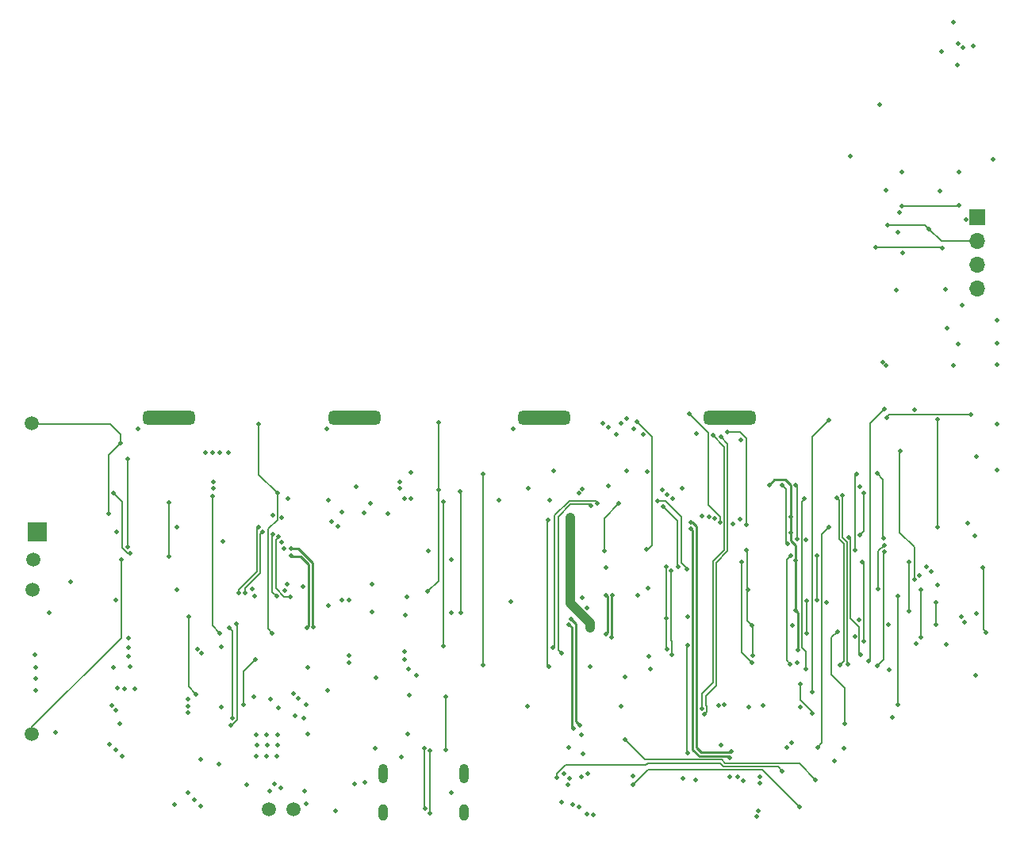
<source format=gbr>
%TF.GenerationSoftware,KiCad,Pcbnew,(6.0.1-0)*%
%TF.CreationDate,2022-04-09T17:35:34-06:00*%
%TF.ProjectId,HAT_CM4_183,4841545f-434d-4345-9f31-38332e6b6963,1.8.3*%
%TF.SameCoordinates,Original*%
%TF.FileFunction,Copper,L4,Inr*%
%TF.FilePolarity,Positive*%
%FSLAX46Y46*%
G04 Gerber Fmt 4.6, Leading zero omitted, Abs format (unit mm)*
G04 Created by KiCad (PCBNEW (6.0.1-0)) date 2022-04-09 17:35:34*
%MOMM*%
%LPD*%
G01*
G04 APERTURE LIST*
G04 Aperture macros list*
%AMRoundRect*
0 Rectangle with rounded corners*
0 $1 Rounding radius*
0 $2 $3 $4 $5 $6 $7 $8 $9 X,Y pos of 4 corners*
0 Add a 4 corners polygon primitive as box body*
4,1,4,$2,$3,$4,$5,$6,$7,$8,$9,$2,$3,0*
0 Add four circle primitives for the rounded corners*
1,1,$1+$1,$2,$3*
1,1,$1+$1,$4,$5*
1,1,$1+$1,$6,$7*
1,1,$1+$1,$8,$9*
0 Add four rect primitives between the rounded corners*
20,1,$1+$1,$2,$3,$4,$5,0*
20,1,$1+$1,$4,$5,$6,$7,0*
20,1,$1+$1,$6,$7,$8,$9,0*
20,1,$1+$1,$8,$9,$2,$3,0*%
G04 Aperture macros list end*
%TA.AperFunction,ComponentPad*%
%ADD10C,1.500000*%
%TD*%
%TA.AperFunction,ComponentPad*%
%ADD11RoundRect,0.500000X-2.300000X-0.250000X2.300000X-0.250000X2.300000X0.250000X-2.300000X0.250000X0*%
%TD*%
%TA.AperFunction,ComponentPad*%
%ADD12R,2.000000X2.000000*%
%TD*%
%TA.AperFunction,ComponentPad*%
%ADD13C,0.508000*%
%TD*%
%TA.AperFunction,ComponentPad*%
%ADD14R,1.700000X1.700000*%
%TD*%
%TA.AperFunction,ComponentPad*%
%ADD15O,1.700000X1.700000*%
%TD*%
%TA.AperFunction,ComponentPad*%
%ADD16O,1.000000X1.800000*%
%TD*%
%TA.AperFunction,ComponentPad*%
%ADD17O,1.000000X2.100000*%
%TD*%
%TA.AperFunction,ViaPad*%
%ADD18C,0.500000*%
%TD*%
%TA.AperFunction,Conductor*%
%ADD19C,0.241300*%
%TD*%
%TA.AperFunction,Conductor*%
%ADD20C,0.177800*%
%TD*%
%TA.AperFunction,Conductor*%
%ADD21C,0.254000*%
%TD*%
%TA.AperFunction,Conductor*%
%ADD22C,1.016000*%
%TD*%
%TA.AperFunction,Conductor*%
%ADD23C,0.195580*%
%TD*%
G04 APERTURE END LIST*
D10*
%TO.N,+5V*%
%TO.C,TP6*%
X101570000Y-172020000D03*
%TD*%
D11*
%TO.N,/Batteries/BT4-*%
%TO.C,BTM4*%
X175960000Y-156810000D03*
%TD*%
%TO.N,/Batteries/BT1-*%
%TO.C,BTM1*%
X116020000Y-156810000D03*
%TD*%
%TO.N,/Batteries/BT2-*%
%TO.C,BTM2*%
X135890000Y-156810000D03*
%TD*%
D10*
%TO.N,/Power/IPS_SW*%
%TO.C,TP5*%
X101380000Y-190590000D03*
%TD*%
%TO.N,PWR_GND*%
%TO.C,TP2*%
X101540000Y-175190000D03*
%TD*%
%TO.N,/Battery/BATT+*%
%TO.C,TP3*%
X101410000Y-157440000D03*
%TD*%
D12*
%TO.N,/Battery/BATT+*%
%TO.C,BTP1*%
X101980000Y-168990000D03*
%TD*%
D13*
%TO.N,PWR_GND*%
%TO.C,U3*%
X125385000Y-192945000D03*
X126535000Y-191820000D03*
X127610000Y-192945000D03*
X125410000Y-190720000D03*
X125435000Y-191820000D03*
X127635000Y-190720000D03*
X127685000Y-191820000D03*
X126510000Y-190720000D03*
X126510000Y-192970000D03*
%TD*%
D11*
%TO.N,/Batteries/BT3-*%
%TO.C,BTM3*%
X156100000Y-156810000D03*
%TD*%
D10*
%TO.N,/Charger/IPS_OUT*%
%TO.C,TP4*%
X129340000Y-198630000D03*
%TD*%
D14*
%TO.N,GND*%
%TO.C,P1*%
X202320000Y-135380000D03*
D15*
%TO.N,+3.3v*%
X202320000Y-137920000D03*
%TO.N,/Battery/I2C_SCL*%
X202320000Y-140460000D03*
%TO.N,/Battery/I2C_SDA*%
X202320000Y-143000000D03*
%TD*%
D10*
%TO.N,/AC_IN*%
%TO.C,TP1*%
X126760000Y-198620000D03*
%TD*%
D16*
%TO.N,GND*%
%TO.C,J5*%
X138925098Y-198997500D03*
D17*
X147565098Y-194817500D03*
X138925098Y-194817500D03*
D16*
X147565098Y-198997500D03*
%TD*%
D18*
%TO.N,/USB Hub/HD2_N*%
X131485753Y-179184940D03*
%TO.N,/Battery/BATT+*%
X143770000Y-171036960D03*
X109650000Y-167040000D03*
X190251600Y-164890000D03*
X130900000Y-183520000D03*
X178280000Y-178990000D03*
X177890000Y-175220000D03*
X162560000Y-171031600D03*
X129850000Y-186780000D03*
X112430000Y-185740000D03*
X129390000Y-186298400D03*
X164099363Y-166009980D03*
X184086811Y-169850000D03*
X141900000Y-165470000D03*
X110440000Y-168990000D03*
X110905000Y-159545000D03*
X189830000Y-169330000D03*
X111350000Y-185740000D03*
X177680000Y-170970000D03*
X178380000Y-182190000D03*
X110590000Y-185690000D03*
%TO.N,/Batteries/BT1-*%
X178320000Y-182980000D03*
X177190000Y-172249850D03*
X116050000Y-171668490D03*
X116050000Y-165870000D03*
%TO.N,/Batteries/BT2-*%
X140710000Y-164340000D03*
X140730000Y-163700000D03*
%TO.N,/Batteries/BT3-*%
X160160000Y-164410000D03*
X157121753Y-162503989D03*
X159870000Y-164830000D03*
%TO.N,PWR_GND*%
X119990494Y-160570494D03*
X111055000Y-193005000D03*
X101856500Y-183480000D03*
X135300000Y-182190000D03*
X101856500Y-184720000D03*
X119520000Y-181980000D03*
X183173189Y-181630000D03*
X116870000Y-168490000D03*
X109740000Y-191690000D03*
X195830000Y-180990000D03*
X182980000Y-177440000D03*
X111760000Y-182320000D03*
X156490000Y-167789850D03*
X111890000Y-183400000D03*
X180130000Y-163980000D03*
X111740000Y-181420000D03*
X195668920Y-155940000D03*
X111740000Y-180350000D03*
X101856500Y-185990000D03*
X122379506Y-160570494D03*
X121430000Y-193790000D03*
X101770000Y-182140000D03*
X169250000Y-181510000D03*
X120719506Y-160570494D03*
X110780000Y-189490000D03*
X110160000Y-183470000D03*
X110375000Y-192325000D03*
X109925000Y-187535000D03*
X182448400Y-169130000D03*
X110430000Y-188040000D03*
X169143250Y-172766649D03*
X133020000Y-185910000D03*
X121519506Y-160570494D03*
X119110000Y-181550000D03*
X120820000Y-163670000D03*
X182980000Y-172090000D03*
X169160000Y-178261600D03*
X103950000Y-190460000D03*
X120820000Y-164340000D03*
X182448400Y-167430000D03*
X156650000Y-183390000D03*
X135300000Y-182970000D03*
X121650000Y-187710000D03*
%TO.N,/Charger/IPS_OUT*%
X186505500Y-157070000D03*
X127290000Y-195900000D03*
X124330000Y-196010000D03*
X119460000Y-193330000D03*
X125153500Y-186660000D03*
X118060000Y-188350000D03*
X130435417Y-188955417D03*
X118070000Y-186900000D03*
X127750078Y-187845076D03*
X184715944Y-186155944D03*
X130530000Y-196670000D03*
X118070000Y-187620000D03*
%TO.N,GND*%
X201110000Y-135700000D03*
X136065000Y-164205000D03*
X158196666Y-194871313D03*
X193690000Y-143170000D03*
X200744280Y-144780000D03*
X172970000Y-167342189D03*
X138190000Y-184558920D03*
X130370000Y-174900000D03*
X118075000Y-196905000D03*
X146162577Y-171942577D03*
X165630000Y-195060000D03*
X200380000Y-130540000D03*
X202070000Y-169410000D03*
X182510000Y-191520000D03*
X204030000Y-129230000D03*
X152550000Y-176510000D03*
X166710000Y-158630000D03*
X192590000Y-132500000D03*
X141320000Y-177910000D03*
X146230000Y-177680000D03*
X177980000Y-187750000D03*
X179470000Y-187600000D03*
X187070000Y-193450000D03*
X192240000Y-150860000D03*
X141450000Y-175980000D03*
X141230000Y-165450000D03*
X141231600Y-181790000D03*
X162996170Y-164070000D03*
X138080000Y-192150000D03*
X119460000Y-198290000D03*
X128040000Y-196390000D03*
X172300000Y-195490000D03*
X167111418Y-162598582D03*
X198940000Y-143150000D03*
X175910000Y-195150000D03*
X135840000Y-195950000D03*
X157930000Y-197900000D03*
X160230000Y-192730000D03*
X174980000Y-191760000D03*
X202170000Y-184370000D03*
X170960000Y-195350000D03*
X161020000Y-183400000D03*
X121850000Y-170040000D03*
X172350000Y-158540000D03*
X156660000Y-165620000D03*
X194070000Y-134860000D03*
X133870000Y-198810000D03*
X137739505Y-177598815D03*
X177110000Y-159167111D03*
X162710000Y-172791600D03*
X128734663Y-165490118D03*
X188090000Y-192110000D03*
X141900000Y-162660000D03*
X135320000Y-176280000D03*
X188790000Y-128850000D03*
X137730000Y-174630150D03*
X154370000Y-187680000D03*
X118800000Y-197630000D03*
X192620000Y-151240000D03*
X164340000Y-187680000D03*
X199810000Y-114570000D03*
%TO.N,Net-(C7-Pad2)*%
X126915127Y-186912584D03*
X130676566Y-187434378D03*
%TO.N,/Power/IPS_SW*%
X110950000Y-171970000D03*
X121690000Y-181330000D03*
%TO.N,+5V*%
X185310000Y-192010000D03*
X198130000Y-157018400D03*
X186540000Y-168480000D03*
X116900000Y-175180000D03*
X198390000Y-132640000D03*
X198120000Y-168478400D03*
X110400000Y-176270000D03*
X141750011Y-186500000D03*
%TO.N,+3.3v*%
X136930000Y-166980000D03*
X160993209Y-179280000D03*
X139394831Y-167054831D03*
X128118400Y-167493040D03*
X160993209Y-178580000D03*
X197198400Y-136640000D03*
X204470000Y-151120000D03*
X204470000Y-162410000D03*
X204470000Y-157500000D03*
X204470000Y-148840000D03*
X192810000Y-136250000D03*
X158870000Y-167460000D03*
X134480000Y-166940000D03*
X204470000Y-146440000D03*
%TO.N,/CM4_GPIO/GPIO_IRQ*%
X141610000Y-183660000D03*
X149570000Y-183240000D03*
X149590000Y-162870000D03*
%TO.N,/CM4_GPIO/SD_PWR*%
X200400000Y-134170000D03*
X194300000Y-134180000D03*
%TO.N,/CM4_HighSpeed/HDMI_5v*%
X183466548Y-187720000D03*
%TO.N,/USB Hub/VBUS*%
X142440000Y-184370000D03*
X199090000Y-147260000D03*
X199030000Y-181020000D03*
X164770000Y-184500000D03*
X194330000Y-130570000D03*
%TO.N,/AC_IN*%
X145590000Y-186651600D03*
X145610000Y-192260000D03*
X146235098Y-196874902D03*
X130850000Y-190630000D03*
X192420000Y-171160000D03*
X140880000Y-193090000D03*
X191630000Y-183350000D03*
%TO.N,/Battery/5V_OVR*%
X193840000Y-187440000D03*
X118160000Y-178090000D03*
X185253189Y-176304288D03*
X118970000Y-186350000D03*
X185253189Y-171570000D03*
X193840000Y-175880000D03*
%TO.N,/CM4_GPIO/GPIO_PB1*%
X160161600Y-176060000D03*
X198140000Y-174660000D03*
%TO.N,/Battery/PB_IN*%
X123980000Y-187460000D03*
X202960000Y-172820000D03*
X125319502Y-182620500D03*
X184720000Y-188400000D03*
X183440000Y-185250000D03*
X203290000Y-179740000D03*
%TO.N,/CM4_GPIO/SD_DAT1*%
X201920000Y-117150000D03*
X163806787Y-158619189D03*
%TO.N,/CM4_GPIO/SD_DAT0*%
X164300000Y-157430000D03*
X200850000Y-117290000D03*
%TO.N,/CM4_GPIO/SD_CLK*%
X165662982Y-158040000D03*
X200309793Y-116881448D03*
%TO.N,/CM4_GPIO/SD_CMD*%
X200220000Y-119141800D03*
X164951532Y-162503989D03*
%TO.N,/CM4_GPIO/SD_DAT3*%
X198510000Y-117711100D03*
X164930000Y-156936200D03*
%TO.N,/CM4_GPIO/SD_DAT2*%
X162960000Y-157830000D03*
X191950459Y-123388989D03*
%TO.N,/CM4_HighSpeed/HDMI0_HOTPLUG*%
X164780000Y-191240000D03*
X185100000Y-195480000D03*
%TO.N,/CM4_HighSpeed/HDMI0_SDA*%
X181990000Y-192070000D03*
X158725000Y-192045000D03*
X160055000Y-190715000D03*
%TO.N,/CM4_HighSpeed/HDMI0_SCL*%
X181530000Y-194570000D03*
X157470000Y-195260000D03*
%TO.N,/CM4_HighSpeed/HDMI0_CEC*%
X183370000Y-198390000D03*
X165611400Y-196010000D03*
%TO.N,/CM4_HighSpeed/HDMI0_CK_N*%
X159151700Y-198175558D03*
X179107394Y-195863161D03*
%TO.N,/CM4_HighSpeed/HDMI0_CK_P*%
X159796793Y-198410000D03*
X179160000Y-195167789D03*
%TO.N,/CM4_HighSpeed/HDMI0_D0_N*%
X178929230Y-198779125D03*
X160678013Y-199128900D03*
%TO.N,/CM4_HighSpeed/HDMI0_D0_P*%
X178780000Y-199439988D03*
X161353443Y-199201448D03*
%TO.N,/CM4_HighSpeed/HDMI0_D1_N*%
X158630000Y-195993800D03*
X177334645Y-195614877D03*
%TO.N,/CM4_HighSpeed/HDMI0_D1_P*%
X176805745Y-195172045D03*
X158810782Y-195341070D03*
%TO.N,/CM4_HighSpeed/HDMI0_D2_N*%
X160100000Y-195220000D03*
X175370000Y-187456200D03*
%TO.N,/CM4_HighSpeed/HDMI0_D2_P*%
X174698541Y-187544982D03*
X160726078Y-194865460D03*
%TO.N,/USB Hub/HD4_N*%
X159900000Y-189690000D03*
X128640000Y-174622557D03*
X158990000Y-178330000D03*
%TO.N,/USB Hub/HD4_P*%
X158719457Y-178962711D03*
X128460903Y-175319096D03*
X159282402Y-189985207D03*
%TO.N,/USB Hub/HD3_N*%
X124980000Y-175110000D03*
X196912472Y-172775352D03*
%TO.N,/USB Hub/HD3_P*%
X197440000Y-173230000D03*
X125172795Y-175917205D03*
%TO.N,/CM4_GPIO/GPIO6*%
X170830000Y-164330767D03*
X189820000Y-164220000D03*
%TO.N,/CM4_GPIO/TRD1_P*%
X177050000Y-167670000D03*
X127135090Y-169246791D03*
X127556611Y-175900000D03*
%TO.N,/CM4_GPIO/TRD1_N*%
X129043046Y-175970441D03*
X127734897Y-169561386D03*
X176291295Y-168201295D03*
%TO.N,/CM4_GPIO/TRD0_N*%
X174352644Y-167581093D03*
X124210000Y-175500000D03*
X126077389Y-169004474D03*
%TO.N,/CM4_GPIO/TRD0_P*%
X173700000Y-167400000D03*
X125655009Y-168475009D03*
X123534943Y-175555107D03*
%TO.N,/CM4_GPIO/PI_nLED_Activity*%
X175680000Y-158391500D03*
X202250000Y-160980000D03*
X177710000Y-168260000D03*
X201361820Y-168100000D03*
%TO.N,/Battery/BT1_PRES*%
X111680000Y-170620000D03*
X182330000Y-183120000D03*
X111640000Y-161220000D03*
X182420000Y-171550000D03*
X191760000Y-175130000D03*
X192410000Y-170420000D03*
%TO.N,/Battery/{slash}BT2_ENA*%
X184110000Y-179825720D03*
X184130000Y-176380000D03*
%TO.N,/Battery/BT2_PRES*%
X147180000Y-177660000D03*
X192870000Y-178898400D03*
X147120000Y-164660000D03*
X182600000Y-178990000D03*
%TO.N,/CM4_GPIO/GPIO_PB2*%
X160660000Y-177140000D03*
X202220000Y-177720000D03*
%TO.N,/CM4_GPIO/SD_PWR_ON*%
X191498900Y-138660000D03*
X162350000Y-157410000D03*
X198630000Y-138700000D03*
%TO.N,/Battery/{slash}BT3_ENA*%
X196360000Y-175170000D03*
X196360000Y-180238400D03*
%TO.N,/Battery/BT3_PRES*%
X171330000Y-173030000D03*
X168210000Y-165740000D03*
%TO.N,/USB Hub/nEXTRST*%
X137580000Y-166010000D03*
X154421589Y-164330000D03*
%TO.N,/CM4_HighSpeed/USB2_N*%
X171760000Y-168020000D03*
X133412423Y-167897577D03*
X176060000Y-192440000D03*
%TO.N,/CM4_HighSpeed/USB2_P*%
X175899341Y-193107169D03*
X134081600Y-168390000D03*
X171780000Y-168701109D03*
%TO.N,Net-(Q2-Pad3)*%
X167460000Y-183630000D03*
X120690000Y-165200000D03*
X121513771Y-179856229D03*
%TO.N,Net-(Q3-Pad3)*%
X169770000Y-182130000D03*
X110130000Y-164850000D03*
X111923376Y-171286624D03*
X169680000Y-173149850D03*
%TO.N,Net-(Q6-Pad3)*%
X127110000Y-179835720D03*
X125650000Y-157470000D03*
X167257577Y-182287577D03*
X127620000Y-164850000D03*
%TO.N,Net-(Q7-Pad3)*%
X145380000Y-181190000D03*
X171426630Y-178070000D03*
X145369989Y-165800000D03*
%TO.N,Net-(Q10-Pad3)*%
X144882684Y-164496666D03*
X167170000Y-175010000D03*
X143699056Y-175409056D03*
X144890000Y-157360000D03*
X151280000Y-165630000D03*
%TO.N,Net-(Q11-Pad3)*%
X170450000Y-172760000D03*
X168770000Y-166300000D03*
%TO.N,Net-(Q14-Pad3)*%
X181508219Y-163993447D03*
X165990000Y-157240000D03*
X167030000Y-170900000D03*
X182080000Y-170300000D03*
%TO.N,Net-(Q15-Pad3)*%
X191630000Y-162770000D03*
X183090000Y-169760000D03*
X182970000Y-163993447D03*
X192380000Y-169680000D03*
%TO.N,/Battery/{slash}BT4_ENA*%
X189930000Y-182146500D03*
X188630000Y-169584280D03*
%TO.N,/Battery/BT4_PRES*%
X195020000Y-177470000D03*
X189460000Y-162861600D03*
X189310000Y-170930000D03*
X195040000Y-172240000D03*
%TO.N,/Battery/MOSI*%
X188507577Y-183157577D03*
X168712993Y-164507007D03*
X187970000Y-165140000D03*
%TO.N,/Battery/MISO*%
X187728060Y-183234434D03*
X187350000Y-165370000D03*
X169240000Y-165005407D03*
%TO.N,/Battery/SCL*%
X169790000Y-165488400D03*
X184030000Y-183630000D03*
X183894280Y-165503807D03*
%TO.N,/Battery/I2C_SDA*%
X200320000Y-148950000D03*
X189260000Y-180235869D03*
X157940000Y-181958400D03*
X122840000Y-188930000D03*
X122470000Y-179270000D03*
X200990000Y-178710000D03*
X161070000Y-166228400D03*
%TO.N,/Battery/I2C_SCL*%
X157040000Y-181400000D03*
X161820000Y-165960000D03*
X122700498Y-189700000D03*
X199820000Y-151240000D03*
X189700000Y-178400000D03*
X200681600Y-178110000D03*
X123300000Y-178830000D03*
%TO.N,/Battery/{slash}RESET*%
X166080000Y-175768389D03*
%TO.N,/USB Hub/nOCS1*%
X193880000Y-136990000D03*
X134500000Y-176300000D03*
X196189989Y-173710000D03*
%TO.N,/USB Hub/PWR1*%
X133080000Y-176870000D03*
X194343500Y-139220000D03*
X194160000Y-160340000D03*
X195620000Y-174090000D03*
%TO.N,/USB Hub/HD2_N*%
X129099189Y-170810796D03*
X162750000Y-179900000D03*
X162750000Y-175780000D03*
%TO.N,/USB Hub/HD2_P*%
X163430000Y-175768400D03*
X129085941Y-171528847D03*
X163300000Y-180320000D03*
X130780000Y-179280000D03*
%TO.N,Net-(R1-Pad1)*%
X197920000Y-176530000D03*
X186250000Y-176530000D03*
X197940000Y-178904280D03*
%TO.N,/CM4_GPIO/ETH_LEDY*%
X143920000Y-192380000D03*
X173191050Y-188465637D03*
X174957423Y-158832577D03*
X143910000Y-199080000D03*
%TO.N,/CM4_GPIO/ETH_LEDG*%
X143290000Y-192170000D03*
X174128400Y-158708400D03*
X143421600Y-198575686D03*
X172930000Y-187860000D03*
X116620000Y-198180000D03*
%TO.N,/Battery/PWR_IRQ*%
X183130000Y-182950000D03*
X192960000Y-183750000D03*
X141200000Y-182680000D03*
%TO.N,/Battery/AXP_EXTEN*%
X190050000Y-172249850D03*
X171426630Y-181120000D03*
X171419498Y-192650000D03*
X190260000Y-180720000D03*
X126790000Y-196670000D03*
%TO.N,/Battery/HEARTBEAT*%
X188220000Y-189510000D03*
X187430000Y-179650000D03*
%TO.N,Net-(R40-Pad2)*%
X201650000Y-156520000D03*
X192651467Y-156829702D03*
%TO.N,/USB Hub/HD1_N*%
X128086932Y-170140014D03*
%TO.N,/USB Hub/HD1_P*%
X128360000Y-170780000D03*
%TO.N,Net-(LED1-Pad1)*%
X152820000Y-158050000D03*
X174870366Y-168017788D03*
X112740000Y-158050000D03*
X132930000Y-158050000D03*
X171620000Y-156420000D03*
%TO.N,Net-(LED11-Pad2)*%
X130700000Y-198068389D03*
X136970000Y-195810000D03*
%TO.N,Net-(C18-Pad1)*%
X103300000Y-177630000D03*
X105580000Y-174320000D03*
%TO.N,Net-(LED5-Pad1)*%
X192436500Y-155890000D03*
X190750000Y-182830000D03*
X129557423Y-188647423D03*
%TO.N,Net-(R54-Pad2)*%
X127121600Y-167280000D03*
X133080000Y-165640000D03*
%TO.N,Net-(R47-Pad1)*%
X141530000Y-190600000D03*
X193270000Y-188870000D03*
%TD*%
D19*
%TO.N,/USB Hub/HD2_N*%
X162750000Y-179900000D02*
X162870000Y-179780000D01*
X162870000Y-179780000D02*
X162870000Y-175900000D01*
X162870000Y-175900000D02*
X162750000Y-175780000D01*
%TO.N,/USB Hub/HD2_P*%
X163263220Y-179602586D02*
X163300000Y-179639366D01*
X163300000Y-179639366D02*
X163300000Y-180320000D01*
%TO.N,/USB Hub/HD2_N*%
X131363220Y-179062407D02*
X131485753Y-179184940D01*
X131363220Y-172327124D02*
X131363220Y-179062407D01*
%TO.N,/USB Hub/HD2_P*%
X130780000Y-179280000D02*
X130970000Y-179090000D01*
X130970000Y-179090000D02*
X130970000Y-172490001D01*
X130079999Y-171600000D02*
X129157094Y-171600000D01*
X130970000Y-172490001D02*
X130079999Y-171600000D01*
X129157094Y-171600000D02*
X129085941Y-171528847D01*
%TO.N,/CM4_HighSpeed/USB2_N*%
X172350000Y-168420000D02*
X171950000Y-168020000D01*
X171950000Y-168020000D02*
X171760000Y-168020000D01*
D20*
%TO.N,/Battery/BT3_PRES*%
X171330000Y-173030000D02*
X171330000Y-172881258D01*
X171330000Y-172881258D02*
X170740000Y-172291258D01*
X170740000Y-167400000D02*
X169080000Y-165740000D01*
X170740000Y-172291258D02*
X170740000Y-167400000D01*
X169080000Y-165740000D02*
X168210000Y-165740000D01*
%TO.N,Net-(Q11-Pad3)*%
X168770000Y-166300000D02*
X170299990Y-167829990D01*
X170299990Y-167829990D02*
X170299990Y-172609990D01*
X170299990Y-172609990D02*
X170450000Y-172760000D01*
D19*
%TO.N,/CM4_HighSpeed/USB2_N*%
X172350000Y-192040000D02*
X172870000Y-192560000D01*
X172350000Y-168420000D02*
X172350000Y-192040000D01*
X172870000Y-192560000D02*
X175940000Y-192560000D01*
X175940000Y-192560000D02*
X176060000Y-192440000D01*
D20*
%TO.N,/Battery/BATT+*%
X109631589Y-160818411D02*
X110905000Y-159545000D01*
X177809502Y-178519502D02*
X178280000Y-178990000D01*
X109631589Y-167021589D02*
X109631589Y-160818411D01*
X177809502Y-171099502D02*
X177809502Y-178519502D01*
X177680000Y-170970000D02*
X177809502Y-171099502D01*
X110905000Y-158575000D02*
X109810000Y-157480000D01*
X190251600Y-168908400D02*
X190251600Y-164890000D01*
X162560000Y-167549343D02*
X164099363Y-166009980D01*
X109810000Y-157480000D02*
X101490000Y-157480000D01*
X178380000Y-182190000D02*
X178380000Y-179090000D01*
X189830000Y-169330000D02*
X190251600Y-168908400D01*
X178380000Y-179090000D02*
X178280000Y-178990000D01*
X162560000Y-171031600D02*
X162560000Y-167549343D01*
X110905000Y-159545000D02*
X110905000Y-158575000D01*
X109650000Y-167040000D02*
X109631589Y-167021589D01*
%TO.N,/Batteries/BT1-*%
X177190000Y-172249850D02*
X177202819Y-172262669D01*
X177202819Y-181862819D02*
X178320000Y-182980000D01*
X177202819Y-172262669D02*
X177202819Y-181862819D01*
X116050000Y-171668490D02*
X116050000Y-165870000D01*
%TO.N,PWR_GND*%
X156480000Y-167799850D02*
X156490000Y-167789850D01*
D21*
X180130000Y-163980000D02*
X180690000Y-163420000D01*
X180690000Y-163420000D02*
X181850000Y-163420000D01*
X182433489Y-164215678D02*
X182471589Y-164253778D01*
D20*
X156480000Y-183220000D02*
X156480000Y-167799850D01*
X156650000Y-183390000D02*
X156480000Y-183220000D01*
D21*
X182448400Y-169130000D02*
X182448400Y-169909658D01*
X182471589Y-167406811D02*
X182448400Y-167430000D01*
X182980000Y-172090000D02*
X182980000Y-177440000D01*
X182433489Y-164003489D02*
X182433489Y-164215678D01*
D20*
X169143477Y-178103479D02*
X169143477Y-172766876D01*
X169150000Y-178271600D02*
X169150000Y-181410000D01*
D21*
X182980000Y-170441258D02*
X182980000Y-172090000D01*
D20*
X169160000Y-178261600D02*
X169150000Y-178271600D01*
D21*
X183173189Y-181630000D02*
X183173189Y-177633189D01*
X182448400Y-169909658D02*
X182980000Y-170441258D01*
X182448400Y-169130000D02*
X182448400Y-167430000D01*
D20*
X169143477Y-172766876D02*
X169143250Y-172766649D01*
D21*
X183173189Y-177633189D02*
X182980000Y-177440000D01*
X181850000Y-163420000D02*
X182433489Y-164003489D01*
X182471589Y-164253778D02*
X182471589Y-167406811D01*
D20*
X169150000Y-181410000D02*
X169250000Y-181510000D01*
%TO.N,/Charger/IPS_OUT*%
X184730000Y-158845500D02*
X184730000Y-186141888D01*
X184730000Y-186141888D02*
X184715944Y-186155944D01*
X186505500Y-157070000D02*
X184730000Y-158845500D01*
%TO.N,/Power/IPS_SW*%
X110950000Y-180340000D02*
X101350000Y-189940000D01*
X110950000Y-171970000D02*
X110950000Y-180340000D01*
%TO.N,+5V*%
X185310000Y-192010000D02*
X185770000Y-191550000D01*
X185751589Y-176736450D02*
X185751589Y-169268411D01*
X198120000Y-168478400D02*
X198120000Y-157028400D01*
X185770000Y-176754861D02*
X185751589Y-176736450D01*
X185770000Y-191550000D02*
X185770000Y-176754861D01*
X198120000Y-157028400D02*
X198130000Y-157018400D01*
X185751589Y-169268411D02*
X186540000Y-168480000D01*
%TO.N,+3.3v*%
X197198400Y-136640000D02*
X198518400Y-137960000D01*
D22*
X158870000Y-176650000D02*
X158870000Y-167460000D01*
D20*
X196788400Y-136230000D02*
X197198400Y-136640000D01*
X198518400Y-137960000D02*
X202330000Y-137960000D01*
X192830000Y-136230000D02*
X196788400Y-136230000D01*
D22*
X160993209Y-178773209D02*
X158870000Y-176650000D01*
X160993209Y-179280000D02*
X160993209Y-178773209D01*
D20*
X192810000Y-136250000D02*
X192830000Y-136230000D01*
%TO.N,/CM4_GPIO/GPIO_IRQ*%
X149590000Y-183220000D02*
X149590000Y-162870000D01*
X149570000Y-183240000D02*
X149590000Y-183220000D01*
%TO.N,/CM4_GPIO/SD_PWR*%
X194300000Y-134180000D02*
X200390000Y-134180000D01*
X200390000Y-134180000D02*
X200400000Y-134170000D01*
%TO.N,/AC_IN*%
X145640000Y-186701600D02*
X145590000Y-186651600D01*
X192360000Y-182620000D02*
X191630000Y-183350000D01*
X192360000Y-171220000D02*
X192360000Y-182620000D01*
X145610000Y-192260000D02*
X145640000Y-192230000D01*
X192420000Y-171160000D02*
X192360000Y-171220000D01*
X145640000Y-192230000D02*
X145640000Y-186701600D01*
%TO.N,/Battery/5V_OVR*%
X185253189Y-176304288D02*
X185250000Y-176301099D01*
X185250000Y-171573189D02*
X185253189Y-171570000D01*
X118160000Y-185540000D02*
X118970000Y-186350000D01*
X193840000Y-175880000D02*
X193840000Y-187440000D01*
X118160000Y-178090000D02*
X118160000Y-185540000D01*
X185250000Y-176301099D02*
X185250000Y-171573189D01*
%TO.N,/Battery/PB_IN*%
X123980000Y-183960002D02*
X123980000Y-187460000D01*
X202960000Y-172820000D02*
X202971589Y-172831589D01*
X183440000Y-186988591D02*
X184720000Y-188268591D01*
X202971589Y-172831589D02*
X202971589Y-179421589D01*
X125319502Y-182620500D02*
X123980000Y-183960002D01*
X184720000Y-188400000D02*
X184720000Y-188268591D01*
X183440000Y-186988591D02*
X183440000Y-185250000D01*
X202971589Y-179421589D02*
X203290000Y-179740000D01*
D23*
%TO.N,/CM4_HighSpeed/HDMI0_HOTPLUG*%
X175075788Y-193355788D02*
X166895788Y-193355788D01*
X185100000Y-195480000D02*
X183330000Y-193710000D01*
X166895788Y-193355788D02*
X164780000Y-191240000D01*
X175430000Y-193710000D02*
X175075788Y-193355788D01*
X183330000Y-193710000D02*
X175430000Y-193710000D01*
%TO.N,/CM4_HighSpeed/HDMI0_SCL*%
X158380000Y-193940000D02*
X157470000Y-194850000D01*
X166952640Y-193940000D02*
X158380000Y-193940000D01*
X181042900Y-194082900D02*
X175262900Y-194082900D01*
X157470000Y-194850000D02*
X157470000Y-195260000D01*
X181530000Y-194570000D02*
X181042900Y-194082900D01*
X167163952Y-193728688D02*
X166952640Y-193940000D01*
X174908688Y-193728688D02*
X167163952Y-193728688D01*
X175262900Y-194082900D02*
X174908688Y-193728688D01*
D20*
%TO.N,/CM4_HighSpeed/HDMI0_CEC*%
X183370000Y-198390000D02*
X179426910Y-194446910D01*
X167174490Y-194446910D02*
X165611400Y-196010000D01*
X179426910Y-194446910D02*
X167174490Y-194446910D01*
D19*
%TO.N,/USB Hub/HD4_N*%
X159470000Y-178810000D02*
X159470000Y-189260000D01*
X158990000Y-178330000D02*
X159470000Y-178810000D01*
X159470000Y-189260000D02*
X159900000Y-189690000D01*
%TO.N,/USB Hub/HD4_P*%
X158812711Y-178962711D02*
X158719457Y-178962711D01*
X159282402Y-189985207D02*
X159076780Y-189779585D01*
X159076780Y-179226780D02*
X158812711Y-178962711D01*
X159076780Y-189779585D02*
X159076780Y-179226780D01*
D23*
%TO.N,/CM4_GPIO/TRD1_P*%
X127089180Y-175432569D02*
X127089180Y-169292701D01*
X127089180Y-169292701D02*
X127135090Y-169246791D01*
X127556611Y-175900000D02*
X127089180Y-175432569D01*
%TO.N,/CM4_GPIO/TRD1_N*%
X127462080Y-169834203D02*
X127462080Y-175062863D01*
X127462080Y-175062863D02*
X128369658Y-175970441D01*
X127734897Y-169561386D02*
X127462080Y-169834203D01*
X128369658Y-175970441D02*
X129043046Y-175970441D01*
%TO.N,/CM4_GPIO/TRD0_N*%
X124210000Y-175017360D02*
X125802900Y-173424460D01*
X124210000Y-175500000D02*
X124210000Y-175017360D01*
X125802900Y-169278963D02*
X126077389Y-169004474D01*
X125802900Y-173424460D02*
X125802900Y-169278963D01*
%TO.N,/CM4_GPIO/TRD0_P*%
X125430000Y-173270000D02*
X125430000Y-168700018D01*
X125430000Y-168700018D02*
X125655009Y-168475009D01*
X123534943Y-175165057D02*
X125430000Y-173270000D01*
X123534943Y-175555107D02*
X123534943Y-175165057D01*
D20*
%TO.N,/CM4_GPIO/PI_nLED_Activity*%
X177039250Y-158391500D02*
X177710000Y-159062250D01*
X175680000Y-158391500D02*
X177039250Y-158391500D01*
X177710000Y-159062250D02*
X177710000Y-168260000D01*
%TO.N,/Battery/BT1_PRES*%
X181980000Y-171990000D02*
X181980000Y-182770000D01*
X191760000Y-175130000D02*
X191760000Y-171070000D01*
X182420000Y-171550000D02*
X181980000Y-171990000D01*
X181980000Y-182770000D02*
X182330000Y-183120000D01*
X111640000Y-161220000D02*
X111640000Y-170580000D01*
X191760000Y-171070000D02*
X192410000Y-170420000D01*
X111640000Y-170580000D02*
X111680000Y-170620000D01*
%TO.N,/Battery/{slash}BT2_ENA*%
X184110000Y-179825720D02*
X184130000Y-179805720D01*
X184130000Y-179805720D02*
X184130000Y-176380000D01*
%TO.N,/Battery/BT2_PRES*%
X147180000Y-177660000D02*
X147180000Y-164720000D01*
X147180000Y-164720000D02*
X147120000Y-164660000D01*
%TO.N,/CM4_GPIO/SD_PWR_ON*%
X198530000Y-138600000D02*
X198630000Y-138700000D01*
X191558900Y-138600000D02*
X198530000Y-138600000D01*
X191498900Y-138660000D02*
X191558900Y-138600000D01*
%TO.N,/Battery/{slash}BT3_ENA*%
X196360000Y-175170000D02*
X196360000Y-180238400D01*
D19*
%TO.N,/CM4_HighSpeed/USB2_P*%
X175770000Y-192977828D02*
X175899341Y-193107169D01*
X171956780Y-192266780D02*
X172667828Y-192977828D01*
X172667828Y-192977828D02*
X175770000Y-192977828D01*
X171780000Y-168701109D02*
X171956780Y-168877889D01*
X171956780Y-168877889D02*
X171956780Y-192266780D01*
D20*
%TO.N,Net-(Q2-Pad3)*%
X120690000Y-179032458D02*
X120690000Y-165200000D01*
X121513771Y-179856229D02*
X120690000Y-179032458D01*
%TO.N,Net-(Q3-Pad3)*%
X169680000Y-180625139D02*
X169770000Y-180715139D01*
X111641763Y-171286624D02*
X111923376Y-171286624D01*
X169770000Y-180715139D02*
X169770000Y-182130000D01*
X111050000Y-165770000D02*
X111050000Y-170694861D01*
X169680000Y-173149850D02*
X169680000Y-180625139D01*
X111050000Y-170694861D02*
X111641763Y-171286624D01*
X110130000Y-164850000D02*
X111050000Y-165770000D01*
%TO.N,Net-(Q6-Pad3)*%
X127620000Y-164850000D02*
X127620000Y-167720000D01*
X126618879Y-179344599D02*
X127110000Y-179835720D01*
X125650000Y-162880000D02*
X127620000Y-164850000D01*
X125650000Y-157470000D02*
X125650000Y-162880000D01*
X127620000Y-167720000D02*
X126618879Y-168721121D01*
X126618879Y-168721121D02*
X126618879Y-179344599D01*
%TO.N,Net-(Q7-Pad3)*%
X145370000Y-165800011D02*
X145369989Y-165800000D01*
X145380000Y-181190000D02*
X145370000Y-181180000D01*
X145370000Y-181180000D02*
X145370000Y-165800011D01*
%TO.N,Net-(Q10-Pad3)*%
X143699056Y-175409056D02*
X144871589Y-174236523D01*
X144871589Y-164507761D02*
X144882684Y-164496666D01*
X144890000Y-164489350D02*
X144882684Y-164496666D01*
X144871589Y-174236523D02*
X144871589Y-164507761D01*
X144890000Y-157360000D02*
X144890000Y-164489350D01*
%TO.N,Net-(Q14-Pad3)*%
X167609829Y-170490171D02*
X167200000Y-170900000D01*
X166024861Y-157240000D02*
X167609829Y-158824968D01*
X181950000Y-164435228D02*
X181950000Y-170170000D01*
X181950000Y-170170000D02*
X182080000Y-170300000D01*
X167200000Y-170900000D02*
X167030000Y-170900000D01*
X167609829Y-158824968D02*
X167609829Y-170490171D01*
X181508219Y-163993447D02*
X181950000Y-164435228D01*
X165990000Y-157240000D02*
X166024861Y-157240000D01*
%TO.N,Net-(Q15-Pad3)*%
X192270000Y-163410000D02*
X191630000Y-162770000D01*
X182970000Y-163993447D02*
X183090000Y-164113447D01*
X183090000Y-164113447D02*
X183090000Y-169760000D01*
X192270000Y-169570000D02*
X192270000Y-163410000D01*
X192380000Y-169680000D02*
X192270000Y-169570000D01*
%TO.N,/Battery/{slash}BT4_ENA*%
X188811589Y-169765869D02*
X188811589Y-178216450D01*
X188630000Y-169584280D02*
X188811589Y-169765869D01*
X189761589Y-179166450D02*
X189761589Y-181978089D01*
X188811589Y-178216450D02*
X189761589Y-179166450D01*
X189761589Y-181978089D02*
X189930000Y-182146500D01*
%TO.N,/Battery/BT4_PRES*%
X189321589Y-170918411D02*
X189310000Y-170930000D01*
X195040000Y-172240000D02*
X195040000Y-177450000D01*
X189460000Y-162861600D02*
X189321589Y-163000011D01*
X189321589Y-163000011D02*
X189321589Y-170918411D01*
X195040000Y-177450000D02*
X195020000Y-177470000D01*
%TO.N,/Battery/MOSI*%
X188450000Y-170109141D02*
X187970000Y-169629141D01*
X188450000Y-183100000D02*
X188450000Y-170109141D01*
X188507577Y-183157577D02*
X188450000Y-183100000D01*
X187970000Y-169629141D02*
X187970000Y-165140000D01*
%TO.N,/Battery/MISO*%
X188110000Y-182852494D02*
X188110000Y-170246183D01*
X187728060Y-183234434D02*
X188110000Y-182852494D01*
X188110000Y-170246183D02*
X187632681Y-169768864D01*
X187632680Y-165652680D02*
X187350000Y-165370000D01*
X187632681Y-169768864D02*
X187632680Y-165652680D01*
%TO.N,/Battery/SCL*%
X184030000Y-181781950D02*
X184030000Y-183630000D01*
X183588400Y-165809687D02*
X183588400Y-181340350D01*
X183894280Y-165503807D02*
X183588400Y-165809687D01*
X183588400Y-181340350D02*
X184030000Y-181781950D01*
%TO.N,/Battery/I2C_SDA*%
X122840000Y-179640000D02*
X122840000Y-188930000D01*
X157593522Y-167413520D02*
X158939722Y-166067320D01*
X157940000Y-181958400D02*
X157593522Y-181611922D01*
X122470000Y-179270000D02*
X122840000Y-179640000D01*
X157593522Y-181611922D02*
X157593522Y-167413520D01*
X160908920Y-166067320D02*
X161070000Y-166228400D01*
X158939722Y-166067320D02*
X160908920Y-166067320D01*
%TO.N,/Battery/I2C_SCL*%
X161590000Y-165730000D02*
X161820000Y-165960000D01*
X122774861Y-189700000D02*
X122700498Y-189700000D01*
X157040000Y-181400000D02*
X157250000Y-181190000D01*
X123300000Y-178830000D02*
X123370000Y-178900000D01*
X157250000Y-181190000D02*
X157250000Y-167280000D01*
X123370000Y-189104861D02*
X122774861Y-189700000D01*
X123370000Y-178900000D02*
X123370000Y-189104861D01*
X157250000Y-167280000D02*
X158800000Y-165730000D01*
X158800000Y-165730000D02*
X161590000Y-165730000D01*
%TO.N,/USB Hub/PWR1*%
X194071589Y-169071589D02*
X195620000Y-170620000D01*
X194071589Y-160428411D02*
X194071589Y-169071589D01*
X195620000Y-170620000D02*
X195620000Y-174090000D01*
X194160000Y-160340000D02*
X194071589Y-160428411D01*
D19*
%TO.N,/USB Hub/HD2_N*%
X129846892Y-170810796D02*
X131363220Y-172327124D01*
X129099189Y-170810796D02*
X129846892Y-170810796D01*
%TO.N,/USB Hub/HD2_P*%
X163263220Y-175935180D02*
X163430000Y-175768400D01*
X163263220Y-179602586D02*
X163263220Y-175935180D01*
D20*
%TO.N,Net-(R1-Pad1)*%
X197940000Y-178904280D02*
X197940000Y-176550000D01*
X197940000Y-176550000D02*
X197920000Y-176530000D01*
%TO.N,/CM4_GPIO/ETH_LEDY*%
X173360000Y-186530000D02*
X173360000Y-187585139D01*
X173360000Y-187585139D02*
X173428411Y-187653550D01*
X173428411Y-187653550D02*
X173428411Y-188228276D01*
X143920000Y-199070000D02*
X143920000Y-192380000D01*
X143910000Y-199080000D02*
X143920000Y-199070000D01*
X174957423Y-158832577D02*
X175707319Y-159582473D01*
X174487320Y-172309722D02*
X174487319Y-185402681D01*
X174487319Y-185402681D02*
X173360000Y-186530000D01*
X173428411Y-188228276D02*
X173191050Y-188465637D01*
X175707319Y-159582473D02*
X175707319Y-171089723D01*
X175707319Y-171089723D02*
X174487320Y-172309722D01*
%TO.N,/CM4_GPIO/ETH_LEDG*%
X143290000Y-198444086D02*
X143421600Y-198575686D01*
X172930000Y-187860000D02*
X172930000Y-186310000D01*
X174150000Y-185090000D02*
X174150000Y-172170000D01*
X175370000Y-170950000D02*
X175370000Y-159950000D01*
X174150000Y-172170000D02*
X175370000Y-170950000D01*
X175370000Y-159950000D02*
X174128400Y-158708400D01*
X172930000Y-186310000D02*
X174150000Y-185090000D01*
X143290000Y-192170000D02*
X143290000Y-198444086D01*
%TO.N,/Battery/AXP_EXTEN*%
X190260000Y-180720000D02*
X190198411Y-180658411D01*
X171419498Y-192650000D02*
X171360000Y-192590502D01*
X171360000Y-181186630D02*
X171426630Y-181120000D01*
X190198411Y-180658411D02*
X190198411Y-172398261D01*
X190198411Y-172398261D02*
X190050000Y-172249850D01*
X171360000Y-192590502D02*
X171360000Y-181186630D01*
%TO.N,/Battery/HEARTBEAT*%
X188220000Y-189510000D02*
X188220000Y-185660000D01*
X186790000Y-184230000D02*
X186790000Y-180290000D01*
X186790000Y-180290000D02*
X187430000Y-179650000D01*
X188220000Y-185660000D02*
X186790000Y-184230000D01*
%TO.N,Net-(R40-Pad2)*%
X201650000Y-156520000D02*
X192961169Y-156520000D01*
X192961169Y-156520000D02*
X192651467Y-156829702D01*
%TO.N,Net-(LED1-Pad1)*%
X174870366Y-168017788D02*
X174870366Y-167368781D01*
X174870366Y-167368781D02*
X173630000Y-166128415D01*
X173630000Y-158430000D02*
X171620000Y-156420000D01*
X173630000Y-166128415D02*
X173630000Y-158430000D01*
%TO.N,Net-(LED5-Pad1)*%
X190900000Y-182680000D02*
X190750000Y-182830000D01*
X192436500Y-155890000D02*
X190900000Y-157426500D01*
X190900000Y-157426500D02*
X190900000Y-182680000D01*
%TD*%
M02*

</source>
